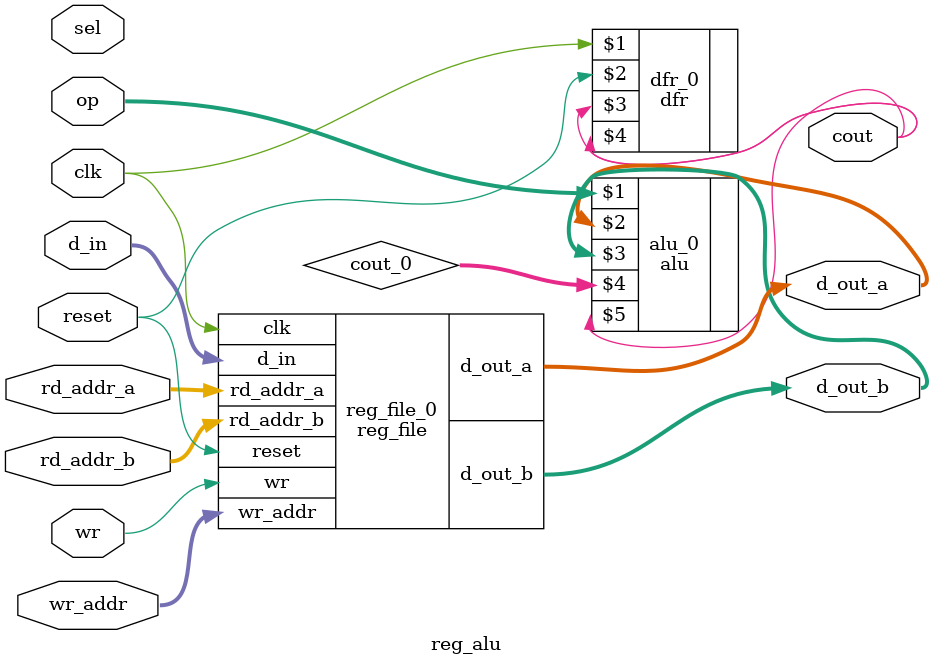
<source format=v>

module dfrl_16 (input wire  clk, reset, load, input wire [0:15] in, output wire [0:15] out);

dfrl dfrl_0(clk, reset, load, in[0], out[0]);
dfrl dfrl_1(clk, reset, load, in[1], out[1]);
dfrl dfrl_2(clk, reset, load, in[2], out[2]);
dfrl dfrl_3(clk, reset, load, in[3], out[3]);
dfrl dfrl_4(clk, reset, load, in[4], out[4]);
dfrl dfrl_5(clk, reset, load, in[5], out[5]);
dfrl dfrl_6(clk, reset, load, in[6], out[6]);
dfrl dfrl_7(clk, reset, load, in[7], out[7]);
dfrl dfrl_8(clk, reset, load, in[8], out[8]);
dfrl dfrl_9(clk, reset, load, in[9], out[9]);
dfrl dfrl_10(clk, reset, load, in[10], out[10]);
dfrl dfrl_11(clk, reset, load, in[11], out[11]);
dfrl dfrl_12(clk, reset, load, in[12], out[12]);
dfrl dfrl_13(clk, reset, load, in[13], out[13]);
dfrl dfrl_14(clk, reset, load, in[14], out[14]);
dfrl dfrl_15(clk, reset, load, in[15], out[15]);
endmodule

//Module 2
module mux2_16 (input wire [15:0] i0, i1, input wire j, output wire [15:0] o);

mux2 mux2_0(i0[0], i1[0], j, o[0]);
mux2 mux2_1(i0[1], i1[1], j, o[1]);
mux2 mux2_2(i0[2], i1[2], j, o[2]);
mux2 mux2_3(i0[3], i1[3], j, o[3]);
mux2 mux2_4(i0[4], i1[4], j, o[4]);
mux2 mux2_5(i0[5], i1[5], j, o[5]);
mux2 mux2_6(i0[6], i1[6], j, o[6]);
mux2 mux2_7(i0[7], i1[7], j, o[7]);
mux2 mux2_8(i0[8], i1[8], j, o[8]);
mux2 mux2_9(i0[9], i1[9], j, o[9]);
mux2 mux2_10(i0[10], i1[10], j, o[10]);
mux2 mux2_11(i0[11], i1[11], j, o[11]);
mux2 mux2_12(i0[12], i1[12], j, o[12]);
mux2 mux2_13(i0[13], i1[13], j, o[13]);
mux2 mux2_14(i0[14], i1[14], j, o[14]);
mux2 mux2_15(i0[15], i1[15], j, o[15]);
endmodule

//Module3
module mux8_16 (input wire [0:15] i0, i1, i2, i3, i4, i5, i6, i7, input wire [0:2] j, output wire [0:15] o);
mux8 mux8_0({i0[0], i1[0], i2[0], i3[0], i4[0], i5[0], i6[0], i7[0]}, j[0], j[1], j[2], o[0]);
mux8 mux8_1({i0[1], i1[1], i2[1], i3[1], i4[1], i5[1], i6[1], i7[1]}, j[0], j[1], j[2], o[1]);
mux8 mux8_2({i0[2], i1[2], i2[2], i3[2], i4[2], i5[2], i6[2], i7[2]}, j[0], j[1], j[2], o[2]);
mux8 mux8_3({i0[3], i1[3], i2[3], i3[3], i4[3], i5[3], i6[3], i7[3]}, j[0], j[1], j[2], o[3]);
mux8 mux8_4({i0[4], i1[4], i2[4], i3[4], i4[4], i5[4], i6[4], i7[4]}, j[0], j[1], j[2], o[4]);
mux8 mux8_5({i0[5], i1[5], i2[5], i3[5], i4[5], i5[5], i6[5], i7[5]}, j[0], j[1], j[2], o[5]);
mux8 mux8_6({i0[6], i1[6], i2[6], i3[6], i4[6], i5[6], i6[6], i7[6]}, j[0], j[1], j[2], o[6]);
mux8 mux8_7({i0[7], i1[7], i2[7], i3[7], i4[7], i5[7], i6[7], i7[7]}, j[0], j[1], j[2], o[7]);
mux8 mux8_8({i0[8], i1[8], i2[8], i3[8], i4[8], i5[8], i6[8], i7[8]}, j[0], j[1], j[2], o[8]);
mux8 mux8_9({i0[9], i1[9], i2[9], i3[9], i4[9], i5[9], i6[9], i7[9]}, j[0], j[1], j[2], o[9]);
mux8 mux8_10({i0[10], i1[10], i2[10], i3[10], i4[10], i5[10], i6[10], i7[10]}, j[0], j[1], j[2], o[10]);
mux8 mux8_11({i0[11], i1[11], i2[11], i3[11], i4[11], i5[11], i6[11], i7[11]}, j[0], j[1], j[2], o[11]);
mux8 mux8_12({i0[12], i1[12], i2[12], i3[12], i4[12], i5[12], i6[12], i7[12]}, j[0], j[1], j[2], o[12]);
mux8 mux8_13({i0[13], i1[13], i2[13], i3[13], i4[13], i5[13], i6[13], i7[13]}, j[0], j[1], j[2], o[13]);
mux8 mux8_14({i0[14], i1[14], i2[14], i3[14], i4[14], i5[14], i6[14], i7[14]}, j[0], j[1], j[2], o[14]);
mux8 mux8_15({i0[15], i1[15], i2[15], i3[15], i4[15], i5[15], i6[15], i7[15]}, j[0], j[1], j[2], o[15]);
endmodule

//Module 4
module reg_file (input wire clk, reset, wr, input wire [2:0] rd_addr_a, rd_addr_b, wr_addr, input wire [15:0] d_in, output wire [15:0] d_out_a, d_out_b);
wire [0:7] load;
wire [0:15] dout_0, dout_1, dout_2, dout_3, dout_4, dout_5, dout_6, dout_7;
dfrl_16 dfrl_16_0(clk, reset, load[0], d_in, dout_0);
dfrl_16 dfrl_16_1(clk, reset, load[1], d_in, dout_1);
dfrl_16 dfrl_16_2(clk, reset, load[2], d_in, dout_2);
dfrl_16 dfrl_16_3(clk, reset, load[3], d_in, dout_3);
dfrl_16 dfrl_16_4(clk, reset, load[4], d_in, dout_4);
dfrl_16 dfrl_16_5(clk, reset, load[5], d_in, dout_5);
dfrl_16 dfrl_16_6(clk, reset, load[6], d_in, dout_6);
dfrl_16 dfrl_16_7(clk, reset, load[7], d_in, dout_7);

//Module 4 contd
demux8 demux8_0(wr, wr_addr[2], wr_addr[1], wr_addr[0], load);
mux8_16 mux8_16_9(dout_0, dout_1, dout_2, dout_3, dout_4, dout_5, dout_6, dout_7, rd_addr_a, d_out_a);
mux8_16 mux8_16_10(dout_0, dout_1, dout_2, dout_3, dout_4, dout_5, dout_6, dout_7, rd_addr_b, d_out_b);
endmodule

// Declare wires here

// Instantiate modules here
  
module reg_alu (input wire clk, reset, sel, wr, input wire [1:0] op, input wire [2:0] rd_addr_a,rd_addr_b, wr_addr, input wire [15:0] d_in, output wire [15:0] d_out_a, d_out_b, output wire cout);

// Declare wires here
wire [15:0] d_in_alu, d_in_reg, cout_0;

// Instantiate modules here
alu alu_0 (op,d_out_a,d_out_b,cout_0,cout); //input wire [1:0] op, input wire [15:0] i0, i1, output wire [15:0] o, output wire cout

reg_file reg_file_0 (clk,reset,wr,rd_addr_a,rd_addr_b,wr_addr,d_in,d_out_a,d_out_b); //input wire clk, reset, wr, input wire [2:0] rd_addr_a, rd_addr_b, wr_addr, input wire [15:0] d_in, output wire [15:0] d_out_a, d_out_b

mux2_16 mux2_16_0 (d_in,cout_0,sel,d_in_reg); //input wire [15:0] i0, i1, input wire j, output wire [15:0] o

dfr dfr_0 (clk,reset,cout,cout); //input wire clk, reset, in, output wire out
endmodule

</source>
